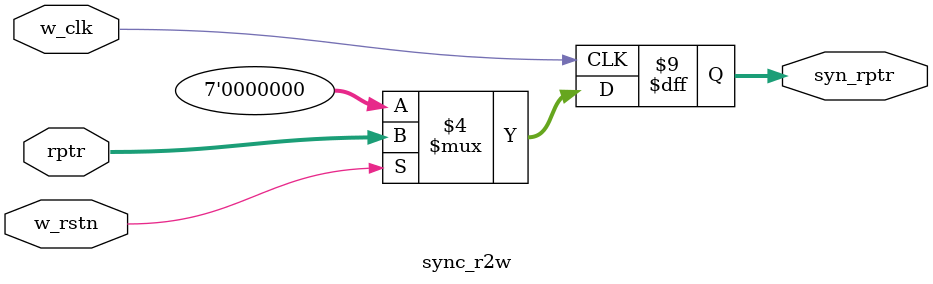
<source format=v>
module sync_r2w //synchronizer - 2 DFF to synchronize the signal from read to write
    #(
    parameter ADDR_SIZE = 6
    )
    (
    output reg [ADDR_SIZE:0] syn_rptr,    //the synchronized signal after 2 DFF
    input      [ADDR_SIZE:0] rptr,    //read pointer
    input      w_clk, w_rstn //clk and rstn signal
    );
    
    reg [ADDR_SIZE:0] syn_rptr_int;
    
    always @(posedge w_clk) begin    //2 DFF process
        if (!w_rstn) begin
            syn_rptr_int <= 0;
            syn_rptr <= 0;
        end
        else begin
            syn_rptr_int <= rptr;
            syn_rptr <= rptr;
        end
    end
    
endmodule
</source>
